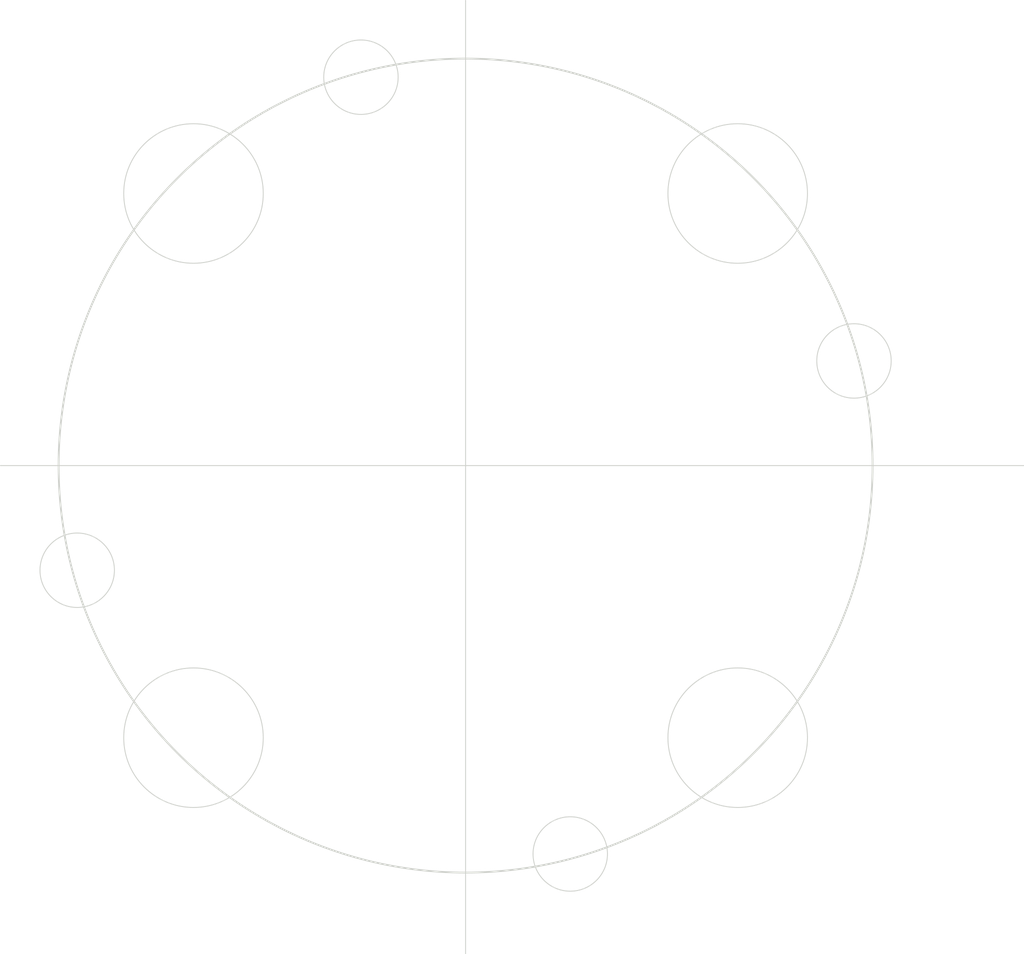
<source format=kicad_pcb>
(kicad_pcb (version 20221018) (generator pcbnew)

  (general
    (thickness 1.6)
  )

  (paper "A4")
  (layers
    (0 "F.Cu" signal)
    (31 "B.Cu" signal)
    (32 "B.Adhes" user "B.Adhesive")
    (33 "F.Adhes" user "F.Adhesive")
    (34 "B.Paste" user)
    (35 "F.Paste" user)
    (36 "B.SilkS" user "B.Silkscreen")
    (37 "F.SilkS" user "F.Silkscreen")
    (38 "B.Mask" user)
    (39 "F.Mask" user)
    (40 "Dwgs.User" user "User.Drawings")
    (41 "Cmts.User" user "User.Comments")
    (42 "Eco1.User" user "User.Eco1")
    (43 "Eco2.User" user "User.Eco2")
    (44 "Edge.Cuts" user)
    (45 "Margin" user)
    (46 "B.CrtYd" user "B.Courtyard")
    (47 "F.CrtYd" user "F.Courtyard")
    (48 "B.Fab" user)
    (49 "F.Fab" user)
    (50 "User.1" user)
    (51 "User.2" user)
    (52 "User.3" user)
    (53 "User.4" user)
    (54 "User.5" user)
    (55 "User.6" user)
    (56 "User.7" user)
    (57 "User.8" user)
    (58 "User.9" user)
  )

  (setup
    (pad_to_mask_clearance 0)
    (pcbplotparams
      (layerselection 0x00010fc_ffffffff)
      (plot_on_all_layers_selection 0x0000000_00000000)
      (disableapertmacros false)
      (usegerberextensions false)
      (usegerberattributes true)
      (usegerberadvancedattributes true)
      (creategerberjobfile true)
      (dashed_line_dash_ratio 12.000000)
      (dashed_line_gap_ratio 3.000000)
      (svgprecision 4)
      (plotframeref false)
      (viasonmask false)
      (mode 1)
      (useauxorigin false)
      (hpglpennumber 1)
      (hpglpenspeed 20)
      (hpglpendiameter 15.000000)
      (dxfpolygonmode true)
      (dxfimperialunits true)
      (dxfusepcbnewfont true)
      (psnegative false)
      (psa4output false)
      (plotreference true)
      (plotvalue true)
      (plotinvisibletext false)
      (sketchpadsonfab false)
      (subtractmaskfromsilk false)
      (outputformat 1)
      (mirror false)
      (drillshape 1)
      (scaleselection 1)
      (outputdirectory "")
    )
  )

  (net 0 "")

  (gr_circle (center 0 0) (end 44.45 0)
    (stroke (width 0.2) (type default)) (fill none) (layer "Edge.Cuts") (tstamp 1849f497-85f8-4891-9aa9-8cb6cad7e0fc))
  (gr_circle (center -29.718 29.718) (end -22.098 29.718)
    (stroke (width 0.1) (type default)) (fill none) (layer "Edge.Cuts") (tstamp 4f22d1df-40f1-4a7b-abca-3f7ec007b04a))
  (gr_line (start 0 -50.8) (end 0 53.34)
    (stroke (width 0.1) (type default)) (layer "Edge.Cuts") (tstamp 5dee4794-9ca7-4922-912e-9f2be5e70ed6))
  (gr_circle (center 11.43 42.418) (end 15.494 42.418)
    (stroke (width 0.1) (type default)) (fill none) (layer "Edge.Cuts") (tstamp 602846f2-1b53-437c-9c5d-3ead9872c82c))
  (gr_circle (center -11.43 -42.418) (end -7.366 -42.418)
    (stroke (width 0.1) (type default)) (fill none) (layer "Edge.Cuts") (tstamp 71dbfcf0-a1c8-41dc-9e44-08a284a7d20e))
  (gr_circle (center 29.718 -29.718) (end 37.338 -29.718)
    (stroke (width 0.1) (type default)) (fill none) (layer "Edge.Cuts") (tstamp 8bbedaa3-19f1-4698-be0d-f2c8e46c252b))
  (gr_circle (center -42.418 11.43) (end -38.354 11.43)
    (stroke (width 0.1) (type default)) (fill none) (layer "Edge.Cuts") (tstamp afb92679-513e-4885-b5ab-a6fb61274a53))
  (gr_circle (center 29.718 29.718) (end 37.338 29.718)
    (stroke (width 0.1) (type default)) (fill none) (layer "Edge.Cuts") (tstamp b07854b0-49c5-486b-a17b-3a5e61217ad5))
  (gr_circle (center 42.418 -11.43) (end 46.482 -11.43)
    (stroke (width 0.1) (type default)) (fill none) (layer "Edge.Cuts") (tstamp c4a82340-ca20-4b86-ba1f-2f5d8ea68418))
  (gr_circle (center -29.718 -29.718) (end -22.098 -29.718)
    (stroke (width 0.1) (type default)) (fill none) (layer "Edge.Cuts") (tstamp ccc2bf5d-0638-4e0e-8e66-a710db2cd416))
  (gr_line (start -50.8 0) (end 60.96 0)
    (stroke (width 0.1) (type default)) (layer "Edge.Cuts") (tstamp f63ecb8c-f730-4c76-ade4-8174ab249859))

)

</source>
